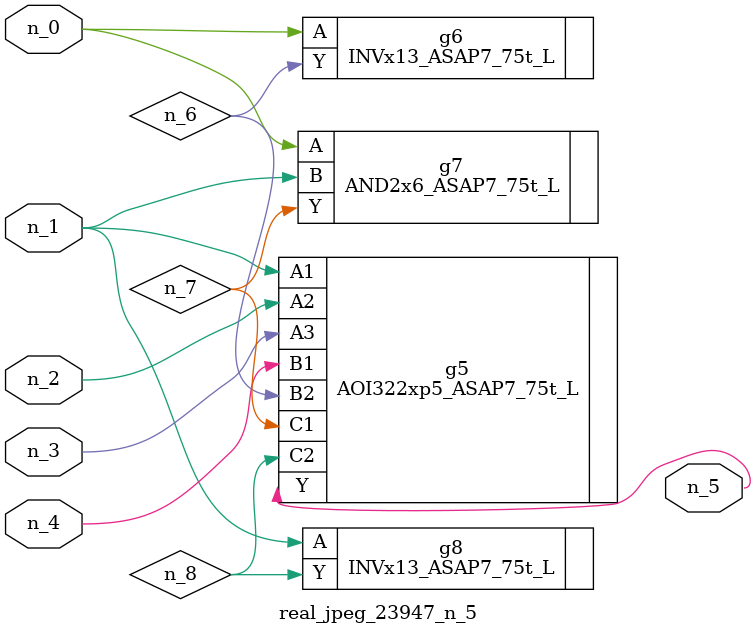
<source format=v>
module real_jpeg_23947_n_5 (n_4, n_0, n_1, n_2, n_3, n_5);

input n_4;
input n_0;
input n_1;
input n_2;
input n_3;

output n_5;

wire n_8;
wire n_6;
wire n_7;

INVx13_ASAP7_75t_L g6 ( 
.A(n_0),
.Y(n_6)
);

AND2x6_ASAP7_75t_L g7 ( 
.A(n_0),
.B(n_1),
.Y(n_7)
);

AOI322xp5_ASAP7_75t_L g5 ( 
.A1(n_1),
.A2(n_2),
.A3(n_3),
.B1(n_4),
.B2(n_6),
.C1(n_7),
.C2(n_8),
.Y(n_5)
);

INVx13_ASAP7_75t_L g8 ( 
.A(n_1),
.Y(n_8)
);


endmodule
</source>
